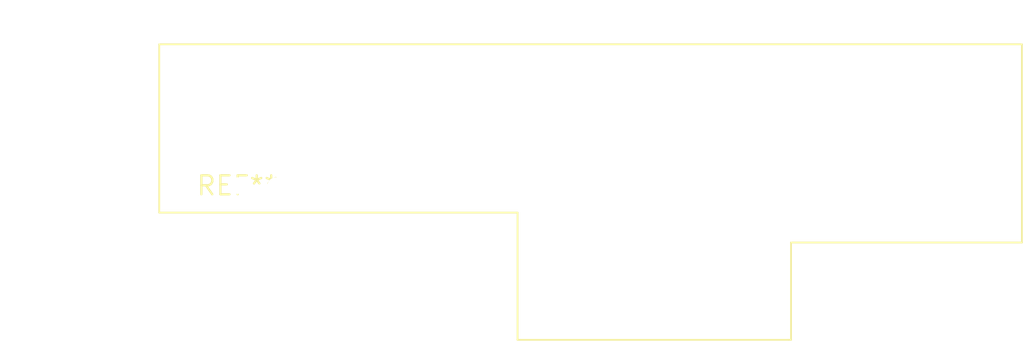
<source format=kicad_pcb>
(kicad_pcb (version 20240108) (generator pcbnew)
  (layers (0 "F.Cu" signal) (31 "B.Cu" signal) (34 "B.Paste" user) (35 "F.Paste" user) (36 "B.SilkS" user "B.Silkscreen") (37 "F.SilkS" user "F.Silkscreen") (38 "B.Mask" user) (39 "F.Mask" user) (44 "Edge.Cuts" user))
  (net 0 "")
  (footprint "Converter_DCDC_Silvertel_Ag54xx" (layer "F.Cu") (at 0 0)
    (property "Reference" "REF**")
    (property "Value" "Converter_DCDC_Silvertel_Ag54xx")
    (fp_line (start -5.23 -9.44) (end -5.23 1.8) (layer "F.SilkS") (stroke (width 0.12)))
    (fp_line (start -5.23 1.8) (end 18.67 1.8) (layer "F.SilkS") (stroke (width 0.12)))
    (fp_line (start 18.67 1.8) (end 18.67 10.3) (layer "F.SilkS") (stroke (width 0.12)))
    (fp_line (start 18.67 10.3) (end 36.91 10.3) (layer "F.SilkS") (stroke (width 0.12)))
    (fp_line (start 36.91 3.8) (end 52.31 3.8) (layer "F.SilkS") (stroke (width 0.12)))
    (fp_line (start 36.91 10.3) (end 36.91 3.8) (layer "F.SilkS") (stroke (width 0.12)))
    (fp_line (start 52.31 -9.44) (end -5.23 -9.44) (layer "F.SilkS") (stroke (width 0.12)))
    (fp_line (start 52.31 3.8) (end 52.31 -9.44) (layer "F.SilkS") (stroke (width 0.12)))
    (pad "1" thru_hole rect (at 0 0) (size 2 2) (drill 1.1) (layers *.Cu *.Mask) (remove_unused_layers))
    (pad "2" thru_hole circle (at 2.54 0) (size 2 2) (drill 1.1) (layers *.Cu *.Mask) (remove_unused_layers))
    (pad "3" thru_hole circle (at 5.08 0) (size 2 2) (drill 1.1) (layers *.Cu *.Mask) (remove_unused_layers))
    (pad "4" thru_hole circle (at 7.62 0) (size 2 2) (drill 1.1) (layers *.Cu *.Mask) (remove_unused_layers))
    (pad "5" thru_hole circle (at 10.16 0) (size 2 2) (drill 1.1) (layers *.Cu *.Mask) (remove_unused_layers))
    (pad "6" thru_hole circle (at 12.7 0) (size 2 2) (drill 1.1) (layers *.Cu *.Mask) (remove_unused_layers))
    (pad "7" thru_hole circle (at 43.18 0) (size 2 2) (drill 1.1) (layers *.Cu *.Mask) (remove_unused_layers))
    (pad "8" thru_hole circle (at 45.72 0) (size 2 2) (drill 1.1) (layers *.Cu *.Mask) (remove_unused_layers))
    (pad "9" thru_hole circle (at 48.26 0) (size 2 2) (drill 1.1) (layers *.Cu *.Mask) (remove_unused_layers))
    (pad "10" thru_hole circle (at 50.8 0) (size 2 2) (drill 1.1) (layers *.Cu *.Mask) (remove_unused_layers))
  )
)
</source>
